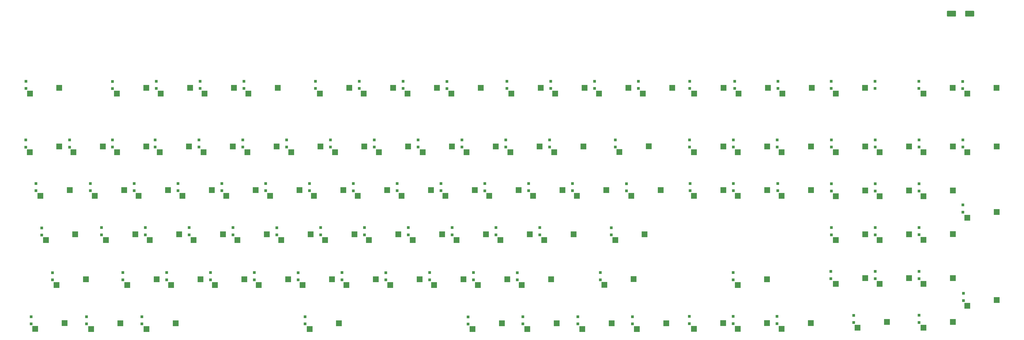
<source format=gbr>
%TF.GenerationSoftware,KiCad,Pcbnew,(5.1.9)-1*%
%TF.CreationDate,2021-08-18T22:50:42+10:00*%
%TF.ProjectId,RedPyKeeb_mainboard,52656450-794b-4656-9562-5f6d61696e62,rev?*%
%TF.SameCoordinates,Original*%
%TF.FileFunction,Paste,Bot*%
%TF.FilePolarity,Positive*%
%FSLAX46Y46*%
G04 Gerber Fmt 4.6, Leading zero omitted, Abs format (unit mm)*
G04 Created by KiCad (PCBNEW (5.1.9)-1) date 2021-08-18 22:50:42*
%MOMM*%
%LPD*%
G01*
G04 APERTURE LIST*
%ADD10R,2.550000X2.500000*%
%ADD11R,1.200000X1.200000*%
G04 APERTURE END LIST*
D10*
%TO.C,K19\u002C6*%
X433298600Y-154025600D03*
X446225600Y-151485600D03*
%TD*%
%TO.C,C6*%
G36*
G01*
X432288700Y-26374600D02*
X432288700Y-24374600D01*
G75*
G02*
X432538700Y-24124600I250000J0D01*
G01*
X436038700Y-24124600D01*
G75*
G02*
X436288700Y-24374600I0J-250000D01*
G01*
X436288700Y-26374600D01*
G75*
G02*
X436038700Y-26624600I-250000J0D01*
G01*
X432538700Y-26624600D01*
G75*
G02*
X432288700Y-26374600I0J250000D01*
G01*
G37*
G36*
G01*
X424288700Y-26374600D02*
X424288700Y-24374600D01*
G75*
G02*
X424538700Y-24124600I250000J0D01*
G01*
X428038700Y-24124600D01*
G75*
G02*
X428288700Y-24374600I0J-250000D01*
G01*
X428288700Y-26374600D01*
G75*
G02*
X428038700Y-26624600I-250000J0D01*
G01*
X424538700Y-26624600D01*
G75*
G02*
X424288700Y-26374600I0J250000D01*
G01*
G37*
%TD*%
%TO.C,K7\u002C0*%
X186750960Y-60617100D03*
X199677960Y-58077100D03*
%TD*%
%TO.C,K12\u002C3*%
X278206200Y-125082300D03*
X291133200Y-122542300D03*
%TD*%
%TO.C,K16\u002C1*%
X351510600Y-86398100D03*
X364437600Y-83858100D03*
%TD*%
%TO.C,K14\u002C1*%
X312902600Y-86398100D03*
X325829600Y-83858100D03*
%TD*%
%TO.C,K3\u002C2*%
X87579200Y-105638600D03*
X100506200Y-103098600D03*
%TD*%
%TO.C,K8\u002C0*%
X206054960Y-60617100D03*
X218981960Y-58077100D03*
%TD*%
%TO.C,K0\u002C2*%
X25031700Y-105613200D03*
X37958700Y-103073200D03*
%TD*%
%TO.C,K18\u002C4*%
X413994600Y-125006100D03*
X426921600Y-122466100D03*
%TD*%
%TO.C,K10\u002C3*%
X227596700Y-125069600D03*
X240523700Y-122529600D03*
%TD*%
%TO.C,K13\u002C1*%
X280047700Y-86347300D03*
X292974700Y-83807300D03*
%TD*%
%TO.C,K19\u002C4*%
X433298600Y-115290600D03*
X446225600Y-112750600D03*
%TD*%
%TO.C,K11\u002C4*%
X273380200Y-144830800D03*
X286307200Y-142290800D03*
%TD*%
D11*
%TO.C,D0\u002C3*%
X25603200Y-119760800D03*
X25603200Y-122910800D03*
%TD*%
%TO.C,D0\u002C5*%
X20967700Y-158876800D03*
X20967700Y-162026800D03*
%TD*%
%TO.C,D0\u002C4*%
X30365700Y-139509300D03*
X30365700Y-142659300D03*
%TD*%
%TO.C,D0\u002C0*%
X18618200Y-55181300D03*
X18618200Y-58331300D03*
%TD*%
%TO.C,D0\u002C2*%
X23063200Y-100202800D03*
X23063200Y-103352800D03*
%TD*%
%TO.C,D0\u002C1*%
X18554700Y-81025800D03*
X18554700Y-84175800D03*
%TD*%
%TO.C,D1\u002C3*%
X51892200Y-119633800D03*
X51892200Y-122783800D03*
%TD*%
%TO.C,D1\u002C0*%
X56766460Y-55232100D03*
X56766460Y-58382100D03*
%TD*%
%TO.C,D1\u002C4*%
X61290200Y-139445800D03*
X61290200Y-142595800D03*
%TD*%
%TO.C,D1\u002C5*%
X45351700Y-158876800D03*
X45351700Y-162026800D03*
%TD*%
%TO.C,D1\u002C1*%
X37858700Y-81025800D03*
X37858700Y-84175800D03*
%TD*%
%TO.C,D1\u002C2*%
X47002700Y-100202800D03*
X47002700Y-103352800D03*
%TD*%
%TO.C,D2\u002C4*%
X80594200Y-139445800D03*
X80594200Y-142595800D03*
%TD*%
%TO.C,D2\u002C5*%
X69735700Y-158876800D03*
X69735700Y-162026800D03*
%TD*%
%TO.C,D2\u002C0*%
X76070460Y-55181300D03*
X76070460Y-58331300D03*
%TD*%
%TO.C,D2\u002C2*%
X66306700Y-100202800D03*
X66306700Y-103352800D03*
%TD*%
%TO.C,D2\u002C1*%
X56781700Y-80962300D03*
X56781700Y-84112300D03*
%TD*%
%TO.C,D2\u002C3*%
X71196200Y-119633800D03*
X71196200Y-122783800D03*
%TD*%
%TO.C,D3\u002C0*%
X95374460Y-55181300D03*
X95374460Y-58331300D03*
%TD*%
%TO.C,D3\u002C1*%
X75577700Y-80962300D03*
X75577700Y-84112300D03*
%TD*%
%TO.C,D3\u002C4*%
X99898200Y-139445800D03*
X99898200Y-142595800D03*
%TD*%
%TO.C,D3\u002C2*%
X85610700Y-100202800D03*
X85610700Y-103352800D03*
%TD*%
%TO.C,D3\u002C5*%
X141617700Y-158876800D03*
X141617700Y-162026800D03*
%TD*%
%TO.C,D3\u002C3*%
X90500200Y-119633800D03*
X90500200Y-122783800D03*
%TD*%
%TO.C,D4\u002C4*%
X119202200Y-139445800D03*
X119202200Y-142595800D03*
%TD*%
%TO.C,D4\u002C3*%
X109804200Y-119633800D03*
X109804200Y-122783800D03*
%TD*%
%TO.C,D4\u002C1*%
X94881700Y-80962300D03*
X94881700Y-84112300D03*
%TD*%
%TO.C,D4\u002C0*%
X114678460Y-55181300D03*
X114678460Y-58331300D03*
%TD*%
%TO.C,D4\u002C2*%
X104914700Y-100202800D03*
X104914700Y-103352800D03*
%TD*%
%TO.C,D5\u002C0*%
X146174460Y-55181300D03*
X146174460Y-58331300D03*
%TD*%
%TO.C,D5\u002C2*%
X124218700Y-100202800D03*
X124218700Y-103352800D03*
%TD*%
%TO.C,D5\u002C1*%
X114185700Y-80962300D03*
X114185700Y-84112300D03*
%TD*%
%TO.C,D5\u002C3*%
X129108200Y-119684600D03*
X129108200Y-122834600D03*
%TD*%
%TO.C,D5\u002C4*%
X138506200Y-139496600D03*
X138506200Y-142646600D03*
%TD*%
%TO.C,D6\u002C0*%
X165478460Y-55181300D03*
X165478460Y-58331300D03*
%TD*%
%TO.C,D6\u002C3*%
X148412200Y-119633800D03*
X148412200Y-122783800D03*
%TD*%
%TO.C,D6\u002C4*%
X157810200Y-139445800D03*
X157810200Y-142595800D03*
%TD*%
%TO.C,D6\u002C1*%
X133489700Y-80962300D03*
X133489700Y-84112300D03*
%TD*%
%TO.C,D6\u002C2*%
X143522700Y-100202800D03*
X143522700Y-103352800D03*
%TD*%
%TO.C,D7\u002C4*%
X177114200Y-139496600D03*
X177114200Y-142646600D03*
%TD*%
%TO.C,D7\u002C2*%
X162826700Y-100253600D03*
X162826700Y-103403600D03*
%TD*%
%TO.C,D7\u002C1*%
X152793700Y-80962300D03*
X152793700Y-84112300D03*
%TD*%
%TO.C,D7\u002C0*%
X184782460Y-55181300D03*
X184782460Y-58331300D03*
%TD*%
%TO.C,D7\u002C3*%
X167716200Y-119633800D03*
X167716200Y-122783800D03*
%TD*%
%TO.C,D8\u002C0*%
X204086460Y-55232100D03*
X204086460Y-58382100D03*
%TD*%
%TO.C,D8\u002C3*%
X187020200Y-119633800D03*
X187020200Y-122783800D03*
%TD*%
%TO.C,D8\u002C1*%
X172097700Y-80962300D03*
X172097700Y-84112300D03*
%TD*%
%TO.C,D8\u002C2*%
X182130700Y-100202800D03*
X182130700Y-103352800D03*
%TD*%
%TO.C,D8\u002C5*%
X213372700Y-158940300D03*
X213372700Y-162090300D03*
%TD*%
%TO.C,D8\u002C4*%
X196418200Y-139445800D03*
X196418200Y-142595800D03*
%TD*%
%TO.C,D9\u002C2*%
X201434700Y-100202800D03*
X201434700Y-103352800D03*
%TD*%
%TO.C,D9\u002C1*%
X191401700Y-81013100D03*
X191401700Y-84163100D03*
%TD*%
%TO.C,D9\u002C3*%
X206324200Y-119633800D03*
X206324200Y-122783800D03*
%TD*%
%TO.C,D9\u002C4*%
X215722200Y-139445800D03*
X215722200Y-142595800D03*
%TD*%
%TO.C,D9\u002C5*%
X237502700Y-158876800D03*
X237502700Y-162026800D03*
%TD*%
%TO.C,D9\u002C0*%
X230502460Y-55181300D03*
X230502460Y-58331300D03*
%TD*%
%TO.C,D10\u002C4*%
X235026200Y-139496600D03*
X235026200Y-142646600D03*
%TD*%
%TO.C,D10\u002C5*%
X261696200Y-158876800D03*
X261696200Y-162026800D03*
%TD*%
%TO.C,D10\u002C1*%
X210705700Y-80962300D03*
X210705700Y-84112300D03*
%TD*%
%TO.C,D10\u002C0*%
X249806460Y-55181300D03*
X249806460Y-58331300D03*
%TD*%
%TO.C,D10\u002C2*%
X220738700Y-100253600D03*
X220738700Y-103403600D03*
%TD*%
%TO.C,D10\u002C3*%
X225628200Y-119633800D03*
X225628200Y-122783800D03*
%TD*%
%TO.C,D11\u002C0*%
X269110460Y-55181300D03*
X269110460Y-58331300D03*
%TD*%
%TO.C,D11\u002C1*%
X230009700Y-80962300D03*
X230009700Y-84112300D03*
%TD*%
%TO.C,D11\u002C3*%
X244932200Y-119633800D03*
X244932200Y-122783800D03*
%TD*%
%TO.C,D11\u002C2*%
X240042700Y-100202800D03*
X240042700Y-103352800D03*
%TD*%
%TO.C,D11\u002C4*%
X271602200Y-139445800D03*
X271602200Y-142595800D03*
%TD*%
%TO.C,D11\u002C5*%
X285762700Y-158876800D03*
X285762700Y-162026800D03*
%TD*%
%TO.C,D12\u002C3*%
X276428200Y-119697300D03*
X276428200Y-122847300D03*
%TD*%
%TO.C,D12\u002C2*%
X259346700Y-100202800D03*
X259346700Y-103352800D03*
%TD*%
%TO.C,D12\u002C1*%
X249313700Y-81013100D03*
X249313700Y-84163100D03*
%TD*%
%TO.C,D12\u002C0*%
X288414460Y-55181300D03*
X288414460Y-58331300D03*
%TD*%
%TO.C,D13\u002C2*%
X283159200Y-100266300D03*
X283159200Y-103416300D03*
%TD*%
%TO.C,D13\u002C1*%
X278269700Y-80962300D03*
X278269700Y-84112300D03*
%TD*%
%TO.C,D14\u002C1*%
X310934100Y-80962300D03*
X310934100Y-84112300D03*
%TD*%
%TO.C,D14\u002C3*%
X311188100Y-100202800D03*
X311188100Y-103352800D03*
%TD*%
%TO.C,D14\u002C0*%
X310984900Y-55181300D03*
X310984900Y-58331300D03*
%TD*%
%TO.C,D14\u002C6*%
X310870600Y-158749800D03*
X310870600Y-161899800D03*
%TD*%
%TO.C,D15\u002C0*%
X330796900Y-55181300D03*
X330796900Y-58331300D03*
%TD*%
%TO.C,D15\u002C1*%
X330238100Y-80962300D03*
X330238100Y-84112300D03*
%TD*%
%TO.C,D15\u002C3*%
X330238100Y-100202800D03*
X330238100Y-103352800D03*
%TD*%
%TO.C,D15\u002C5*%
X330174600Y-139445800D03*
X330174600Y-142595800D03*
%TD*%
%TO.C,D15\u002C6*%
X330174600Y-158749800D03*
X330174600Y-161899800D03*
%TD*%
%TO.C,D16\u002C6*%
X349478600Y-158749800D03*
X349478600Y-161899800D03*
%TD*%
%TO.C,D16\u002C0*%
X349846900Y-55181300D03*
X349846900Y-58331300D03*
%TD*%
%TO.C,D16\u002C1*%
X349542100Y-80962300D03*
X349542100Y-84112300D03*
%TD*%
%TO.C,D16\u002C5*%
X373164100Y-138937800D03*
X373164100Y-142087800D03*
%TD*%
%TO.C,D16\u002C3*%
X349796100Y-100202800D03*
X349796100Y-103352800D03*
%TD*%
%TO.C,D16\u002C4*%
X373418100Y-119633800D03*
X373418100Y-122783800D03*
%TD*%
%TO.C,D17\u002C3*%
X373418100Y-100329800D03*
X373418100Y-103479800D03*
%TD*%
%TO.C,D17\u002C1*%
X373418100Y-80962300D03*
X373418100Y-84112300D03*
%TD*%
%TO.C,D17\u002C6*%
X383197100Y-158292600D03*
X383197100Y-161442600D03*
%TD*%
%TO.C,D17\u002C4*%
X392722100Y-119633800D03*
X392722100Y-122783800D03*
%TD*%
%TO.C,D17\u002C0*%
X373354600Y-55181300D03*
X373354600Y-58331300D03*
%TD*%
%TO.C,D17\u002C5*%
X392722100Y-138937800D03*
X392722100Y-142087800D03*
%TD*%
%TO.C,D18\u002C1*%
X392722100Y-81013100D03*
X392722100Y-84163100D03*
%TD*%
%TO.C,D18\u002C6*%
X412026100Y-158241800D03*
X412026100Y-161391800D03*
%TD*%
%TO.C,D18\u002C3*%
X392722100Y-100329800D03*
X392722100Y-103479800D03*
%TD*%
%TO.C,D18\u002C0*%
X392658600Y-55181300D03*
X392658600Y-58331300D03*
%TD*%
%TO.C,D18\u002C5*%
X412026100Y-138937800D03*
X412026100Y-142087800D03*
%TD*%
%TO.C,D18\u002C4*%
X412026100Y-119570300D03*
X412026100Y-122720300D03*
%TD*%
%TO.C,D19\u002C4*%
X431330100Y-109651600D03*
X431330100Y-112801600D03*
%TD*%
%TO.C,D19\u002C0*%
X411962600Y-55181300D03*
X411962600Y-58331300D03*
%TD*%
%TO.C,D19\u002C3*%
X412026100Y-100329800D03*
X412026100Y-103479800D03*
%TD*%
%TO.C,D19\u002C1*%
X412026100Y-80962300D03*
X412026100Y-84112300D03*
%TD*%
%TO.C,D19\u002C6*%
X431584100Y-148589800D03*
X431584100Y-151739800D03*
%TD*%
%TO.C,D20\u002C1*%
X431330100Y-80962300D03*
X431330100Y-84112300D03*
%TD*%
%TO.C,D20\u002C0*%
X431266600Y-55232100D03*
X431266600Y-58382100D03*
%TD*%
D10*
%TO.C,K0\u002C0*%
X20396200Y-60566300D03*
X33323200Y-58026300D03*
%TD*%
%TO.C,K0\u002C1*%
X20332700Y-86410800D03*
X33259700Y-83870800D03*
%TD*%
%TO.C,K0\u002C5*%
X22745700Y-164261800D03*
X35672700Y-161721800D03*
%TD*%
%TO.C,K0\u002C4*%
X32143700Y-144894300D03*
X45070700Y-142354300D03*
%TD*%
%TO.C,K0\u002C3*%
X27419300Y-125120400D03*
X40346300Y-122580400D03*
%TD*%
%TO.C,K1\u002C4*%
X63258700Y-144881600D03*
X76185700Y-142341600D03*
%TD*%
%TO.C,K1\u002C5*%
X47320200Y-164312600D03*
X60247200Y-161772600D03*
%TD*%
%TO.C,K1\u002C3*%
X53860700Y-125069600D03*
X66787700Y-122529600D03*
%TD*%
%TO.C,K1\u002C2*%
X48971200Y-105638600D03*
X61898200Y-103098600D03*
%TD*%
%TO.C,K1\u002C1*%
X39547800Y-86410800D03*
X52474800Y-83870800D03*
%TD*%
%TO.C,K1\u002C0*%
X58734960Y-60617100D03*
X71661960Y-58077100D03*
%TD*%
%TO.C,K2\u002C5*%
X71704200Y-164312600D03*
X84631200Y-161772600D03*
%TD*%
%TO.C,K2\u002C3*%
X73164700Y-125069600D03*
X86091700Y-122529600D03*
%TD*%
%TO.C,K2\u002C1*%
X58750200Y-86398100D03*
X71677200Y-83858100D03*
%TD*%
%TO.C,K2\u002C4*%
X82562700Y-144881600D03*
X95489700Y-142341600D03*
%TD*%
%TO.C,K2\u002C2*%
X68275200Y-105638600D03*
X81202200Y-103098600D03*
%TD*%
%TO.C,K2\u002C0*%
X78038960Y-60617100D03*
X90965960Y-58077100D03*
%TD*%
%TO.C,K3\u002C5*%
X143586200Y-164312600D03*
X156513200Y-161772600D03*
%TD*%
%TO.C,K3\u002C4*%
X101866700Y-144881600D03*
X114793700Y-142341600D03*
%TD*%
%TO.C,K3\u002C1*%
X77546200Y-86398100D03*
X90473200Y-83858100D03*
%TD*%
%TO.C,K3\u002C0*%
X97342960Y-60617100D03*
X110269960Y-58077100D03*
%TD*%
%TO.C,K3\u002C3*%
X92468700Y-125069600D03*
X105395700Y-122529600D03*
%TD*%
%TO.C,K4\u002C1*%
X96850200Y-86398100D03*
X109777200Y-83858100D03*
%TD*%
%TO.C,K4\u002C2*%
X106883200Y-105638600D03*
X119810200Y-103098600D03*
%TD*%
%TO.C,K4\u002C3*%
X111772700Y-125069600D03*
X124699700Y-122529600D03*
%TD*%
%TO.C,K4\u002C4*%
X121170700Y-144881600D03*
X134097700Y-142341600D03*
%TD*%
%TO.C,K4\u002C0*%
X116646960Y-60617100D03*
X129573960Y-58077100D03*
%TD*%
%TO.C,K5\u002C0*%
X148142960Y-60617100D03*
X161069960Y-58077100D03*
%TD*%
%TO.C,K5\u002C2*%
X126187200Y-105638600D03*
X139114200Y-103098600D03*
%TD*%
%TO.C,K5\u002C1*%
X116154200Y-86398100D03*
X129081200Y-83858100D03*
%TD*%
%TO.C,K5\u002C3*%
X131076700Y-125069600D03*
X144003700Y-122529600D03*
%TD*%
%TO.C,K5\u002C4*%
X140474700Y-144881600D03*
X153401700Y-142341600D03*
%TD*%
%TO.C,K6\u002C3*%
X150380700Y-125069600D03*
X163307700Y-122529600D03*
%TD*%
%TO.C,K6\u002C4*%
X159778700Y-144881600D03*
X172705700Y-142341600D03*
%TD*%
%TO.C,K6\u002C1*%
X135458200Y-86398100D03*
X148385200Y-83858100D03*
%TD*%
%TO.C,K6\u002C2*%
X145491200Y-105638600D03*
X158418200Y-103098600D03*
%TD*%
%TO.C,K6\u002C0*%
X167446960Y-60617100D03*
X180373960Y-58077100D03*
%TD*%
%TO.C,K7\u002C2*%
X164795200Y-105638600D03*
X177722200Y-103098600D03*
%TD*%
%TO.C,K7\u002C1*%
X154762200Y-86398100D03*
X167689200Y-83858100D03*
%TD*%
%TO.C,K7\u002C3*%
X169684700Y-125069600D03*
X182611700Y-122529600D03*
%TD*%
%TO.C,K7\u002C4*%
X179082700Y-144881600D03*
X192009700Y-142341600D03*
%TD*%
%TO.C,K8\u002C1*%
X174066200Y-86398100D03*
X186993200Y-83858100D03*
%TD*%
%TO.C,K8\u002C3*%
X188988700Y-125069600D03*
X201915700Y-122529600D03*
%TD*%
%TO.C,K8\u002C4*%
X198386700Y-144881600D03*
X211313700Y-142341600D03*
%TD*%
%TO.C,K8\u002C5*%
X215315800Y-164312600D03*
X228242800Y-161772600D03*
%TD*%
%TO.C,K8\u002C2*%
X184099200Y-105638600D03*
X197026200Y-103098600D03*
%TD*%
%TO.C,K9\u002C0*%
X232470960Y-60617100D03*
X245397960Y-58077100D03*
%TD*%
%TO.C,K9\u002C5*%
X239471200Y-164312600D03*
X252398200Y-161772600D03*
%TD*%
%TO.C,K9\u002C1*%
X193370200Y-86398100D03*
X206297200Y-83858100D03*
%TD*%
%TO.C,K9\u002C2*%
X203403200Y-105638600D03*
X216330200Y-103098600D03*
%TD*%
%TO.C,K9\u002C4*%
X217690700Y-144881600D03*
X230617700Y-142341600D03*
%TD*%
%TO.C,K9\u002C3*%
X208292700Y-125069600D03*
X221219700Y-122529600D03*
%TD*%
%TO.C,K10\u002C2*%
X222707200Y-105638600D03*
X235634200Y-103098600D03*
%TD*%
%TO.C,K10\u002C0*%
X251774960Y-60617100D03*
X264701960Y-58077100D03*
%TD*%
%TO.C,K10\u002C5*%
X263664700Y-164312600D03*
X276591700Y-161772600D03*
%TD*%
%TO.C,K10\u002C1*%
X212674200Y-86398100D03*
X225601200Y-83858100D03*
%TD*%
%TO.C,K10\u002C4*%
X236994700Y-144881600D03*
X249921700Y-142341600D03*
%TD*%
%TO.C,K11\u002C3*%
X246900700Y-125069600D03*
X259827700Y-122529600D03*
%TD*%
%TO.C,K11\u002C2*%
X242011200Y-105638600D03*
X254938200Y-103098600D03*
%TD*%
%TO.C,K11\u002C5*%
X287731200Y-164312600D03*
X300658200Y-161772600D03*
%TD*%
%TO.C,K11\u002C1*%
X231978200Y-86398100D03*
X244905200Y-83858100D03*
%TD*%
%TO.C,K11\u002C0*%
X271078960Y-60617100D03*
X284005960Y-58077100D03*
%TD*%
%TO.C,K12\u002C2*%
X261315200Y-105638600D03*
X274242200Y-103098600D03*
%TD*%
%TO.C,K12\u002C0*%
X290382960Y-60617100D03*
X303309960Y-58077100D03*
%TD*%
%TO.C,K12\u002C1*%
X251282200Y-86398100D03*
X264209200Y-83858100D03*
%TD*%
%TO.C,K13\u002C2*%
X285254700Y-105651300D03*
X298181700Y-103111300D03*
%TD*%
%TO.C,K14\u002C6*%
X312839100Y-164185600D03*
X325766100Y-161645600D03*
%TD*%
%TO.C,K14\u002C3*%
X312902600Y-105638600D03*
X325829600Y-103098600D03*
%TD*%
%TO.C,K14\u002C0*%
X312953400Y-60617100D03*
X325880400Y-58077100D03*
%TD*%
%TO.C,K15\u002C6*%
X332143100Y-164185600D03*
X345070100Y-161645600D03*
%TD*%
%TO.C,K15\u002C3*%
X332206600Y-105638600D03*
X345133600Y-103098600D03*
%TD*%
%TO.C,K15\u002C5*%
X332143100Y-144881600D03*
X345070100Y-142341600D03*
%TD*%
%TO.C,K15\u002C1*%
X332206600Y-86398100D03*
X345133600Y-83858100D03*
%TD*%
%TO.C,K15\u002C0*%
X332511400Y-60617100D03*
X345438400Y-58077100D03*
%TD*%
%TO.C,K16\u002C4*%
X375386600Y-125069600D03*
X388313600Y-122529600D03*
%TD*%
%TO.C,K16\u002C5*%
X375386600Y-144373600D03*
X388313600Y-141833600D03*
%TD*%
%TO.C,K16\u002C3*%
X351510600Y-105638600D03*
X364437600Y-103098600D03*
%TD*%
%TO.C,K16\u002C0*%
X351815400Y-60617100D03*
X364742400Y-58077100D03*
%TD*%
%TO.C,K16\u002C6*%
X351447100Y-164185600D03*
X364374100Y-161645600D03*
%TD*%
%TO.C,K17\u002C6*%
X384911600Y-163677600D03*
X397838600Y-161137600D03*
%TD*%
%TO.C,K17\u002C5*%
X394690600Y-144373600D03*
X407617600Y-141833600D03*
%TD*%
%TO.C,K17\u002C4*%
X394690600Y-125069600D03*
X407617600Y-122529600D03*
%TD*%
%TO.C,K17\u002C3*%
X375386600Y-105765600D03*
X388313600Y-103225600D03*
%TD*%
%TO.C,K17\u002C1*%
X375386600Y-86398100D03*
X388313600Y-83858100D03*
%TD*%
%TO.C,K17\u002C0*%
X375323100Y-60617100D03*
X388250100Y-58077100D03*
%TD*%
%TO.C,K18\u002C6*%
X413994600Y-163677600D03*
X426921600Y-161137600D03*
%TD*%
%TO.C,K18\u002C3*%
X394690600Y-105765600D03*
X407617600Y-103225600D03*
%TD*%
%TO.C,K18\u002C1*%
X394690600Y-86398100D03*
X407617600Y-83858100D03*
%TD*%
%TO.C,K18\u002C5*%
X413994600Y-144373600D03*
X426921600Y-141833600D03*
%TD*%
%TO.C,K19\u002C0*%
X413931100Y-60617100D03*
X426858100Y-58077100D03*
%TD*%
%TO.C,K19\u002C3*%
X413994600Y-105765600D03*
X426921600Y-103225600D03*
%TD*%
%TO.C,K19\u002C1*%
X413994600Y-86398100D03*
X426921600Y-83858100D03*
%TD*%
%TO.C,K20\u002C0*%
X433235100Y-60617100D03*
X446162100Y-58077100D03*
%TD*%
%TO.C,K20\u002C1*%
X433298600Y-86398100D03*
X446225600Y-83858100D03*
%TD*%
M02*

</source>
